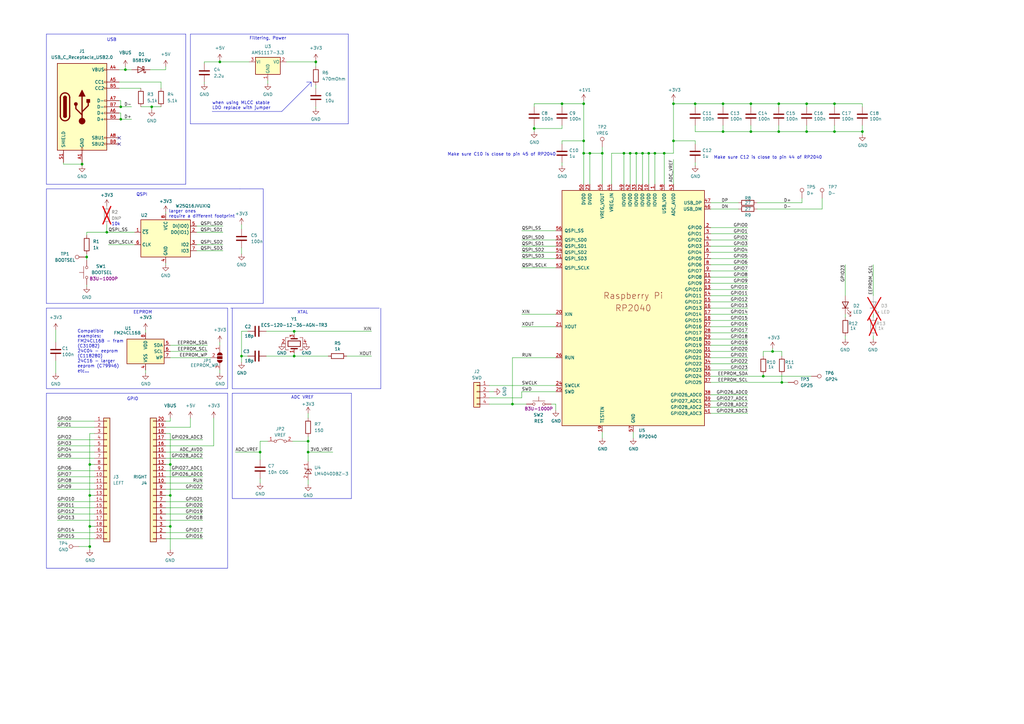
<source format=kicad_sch>
(kicad_sch (version 20231120) (generator "eeschema") (generator_version "8.0")
  (paper "A3")
  (junction (at 239.395 42.545))
  (junction (at 260.985 62.865))
  (junction (at 36.83 203.2))
  (junction (at 62.23 43.815))
  (junction (at 230.505 42.545))
  (junction (at 35.56 105.41))
  (junction (at 69.85 203.2))
  (junction (at 106.68 185.42))
  (junction (at 49.53 43.815))
  (junction (at 43.815 95.25))
  (junction (at 319.405 53.975))
  (junction (at 342.265 53.975))
  (junction (at 36.83 190.5))
  (junction (at 342.265 42.545))
  (junction (at 241.935 62.865))
  (junction (at 90.17 25.4))
  (junction (at 307.975 42.545))
  (junction (at 33.655 67.31))
  (junction (at 69.85 190.5))
  (junction (at 99.06 146.05))
  (junction (at 120.65 135.89))
  (junction (at 320.675 156.845))
  (junction (at 263.525 62.865))
  (junction (at 258.445 62.865))
  (junction (at 126.365 180.975))
  (junction (at 272.415 62.865))
  (junction (at 126.365 185.42))
  (junction (at 319.405 42.545))
  (junction (at 268.605 62.865))
  (junction (at 239.395 57.785))
  (junction (at 296.545 53.975))
  (junction (at 313.055 154.305))
  (junction (at 36.83 215.9))
  (junction (at 36.83 224.155))
  (junction (at 255.905 62.865))
  (junction (at 353.695 53.975))
  (junction (at 276.225 57.785))
  (junction (at 276.225 42.545))
  (junction (at 219.075 52.705))
  (junction (at 51.435 28.575))
  (junction (at 120.65 146.05))
  (junction (at 247.015 62.865))
  (junction (at 307.975 53.975))
  (junction (at 266.065 62.865))
  (junction (at 285.115 42.545))
  (junction (at 296.545 42.545))
  (junction (at 330.835 42.545))
  (junction (at 129.54 25.4))
  (junction (at 69.85 215.9))
  (junction (at 49.53 48.895))
  (junction (at 210.185 165.735))
  (junction (at 239.395 62.865))
  (junction (at 316.865 144.145))
  (junction (at 330.835 53.975))
  (no_connect (at 48.895 59.055))
  (no_connect (at 48.895 56.515))
  (wire (pts (xy 34.925 105.41) (xy 35.56 105.41)))
  (wire (pts (xy 330.835 53.975) (xy 319.405 53.975)))
  (wire (pts (xy 109.22 135.89) (xy 120.65 135.89)))
  (wire (pts (xy 316.865 144.145) (xy 313.055 144.145)))
  (polyline (pts (xy 98.425 77.47) (xy 19.05 77.47)))
  (wire (pts (xy 241.935 75.565) (xy 241.935 62.865)))
  (wire (pts (xy 342.265 51.435) (xy 342.265 53.975)))
  (wire (pts (xy 358.14 130.175) (xy 358.14 128.905)))
  (polyline (pts (xy 19.05 161.29) (xy 19.05 233.045)))
  (polyline (pts (xy 19.05 233.045) (xy 93.345 233.045)))
  (wire (pts (xy 260.985 75.565) (xy 260.985 62.865)))
  (wire (pts (xy 67.945 218.44) (xy 83.185 218.44)))
  (wire (pts (xy 33.655 67.31) (xy 33.655 66.675)))
  (wire (pts (xy 319.405 53.975) (xy 307.975 53.975)))
  (wire (pts (xy 296.545 43.815) (xy 296.545 42.545)))
  (wire (pts (xy 307.975 43.815) (xy 307.975 42.545)))
  (wire (pts (xy 268.605 62.865) (xy 272.415 62.865)))
  (wire (pts (xy 358.14 139.065) (xy 358.14 137.795)))
  (wire (pts (xy 227.965 94.615) (xy 213.995 94.615)))
  (wire (pts (xy 36.83 190.5) (xy 36.83 203.2)))
  (wire (pts (xy 210.185 146.685) (xy 210.185 165.735)))
  (polyline (pts (xy 156.21 159.385) (xy 156.21 126.365)))
  (wire (pts (xy 49.53 41.275) (xy 48.895 41.275)))
  (wire (pts (xy 342.265 53.975) (xy 353.695 53.975)))
  (wire (pts (xy 32.385 224.155) (xy 36.83 224.155)))
  (wire (pts (xy 38.735 198.12) (xy 23.495 198.12)))
  (wire (pts (xy 230.505 43.815) (xy 230.505 42.545)))
  (wire (pts (xy 38.735 175.26) (xy 23.495 175.26)))
  (wire (pts (xy 260.985 62.865) (xy 263.525 62.865)))
  (wire (pts (xy 291.465 95.885) (xy 306.705 95.885)))
  (wire (pts (xy 35.56 95.25) (xy 43.815 95.25)))
  (wire (pts (xy 230.505 52.705) (xy 230.505 51.435)))
  (polyline (pts (xy 142.875 50.8) (xy 142.875 13.97)))
  (wire (pts (xy 91.44 95.25) (xy 80.645 95.25)))
  (wire (pts (xy 227.965 160.655) (xy 213.995 160.655)))
  (wire (pts (xy 67.945 200.66) (xy 83.185 200.66)))
  (wire (pts (xy 291.465 98.425) (xy 306.705 98.425)))
  (wire (pts (xy 33.655 67.945) (xy 33.655 67.31)))
  (wire (pts (xy 120.65 144.78) (xy 120.65 146.05)))
  (wire (pts (xy 342.265 42.545) (xy 353.695 42.545)))
  (wire (pts (xy 67.945 180.34) (xy 83.185 180.34)))
  (wire (pts (xy 67.945 185.42) (xy 83.185 185.42)))
  (wire (pts (xy 346.71 130.175) (xy 346.71 128.905)))
  (wire (pts (xy 38.735 213.36) (xy 23.495 213.36)))
  (wire (pts (xy 291.465 133.985) (xy 306.705 133.985)))
  (wire (pts (xy 67.945 205.74) (xy 83.185 205.74)))
  (polyline (pts (xy 95.25 204.47) (xy 144.145 204.47)))
  (wire (pts (xy 90.17 140.335) (xy 90.17 141.605)))
  (wire (pts (xy 38.735 200.66) (xy 23.495 200.66)))
  (wire (pts (xy 346.71 121.285) (xy 346.71 108.585)))
  (wire (pts (xy 59.69 135.255) (xy 59.69 136.525)))
  (wire (pts (xy 346.71 139.065) (xy 346.71 137.795)))
  (polyline (pts (xy 19.05 75.565) (xy 76.2 75.565)))
  (wire (pts (xy 230.505 42.545) (xy 239.395 42.545)))
  (wire (pts (xy 96.52 185.42) (xy 106.68 185.42)))
  (wire (pts (xy 90.17 24.765) (xy 90.17 25.4)))
  (wire (pts (xy 213.995 98.425) (xy 227.965 98.425)))
  (wire (pts (xy 67.945 175.26) (xy 78.105 175.26)))
  (wire (pts (xy 291.465 169.545) (xy 306.705 169.545)))
  (wire (pts (xy 291.465 156.845) (xy 320.675 156.845)))
  (wire (pts (xy 213.995 163.195) (xy 213.995 160.655)))
  (wire (pts (xy 319.405 51.435) (xy 319.405 53.975)))
  (wire (pts (xy 296.545 42.545) (xy 307.975 42.545)))
  (wire (pts (xy 291.465 93.345) (xy 306.705 93.345)))
  (wire (pts (xy 67.945 28.575) (xy 61.595 28.575)))
  (wire (pts (xy 353.695 42.545) (xy 353.695 43.815)))
  (wire (pts (xy 316.865 144.145) (xy 320.675 144.145)))
  (polyline (pts (xy 19.05 159.385) (xy 93.345 159.385)))
  (polyline (pts (xy 78.105 13.97) (xy 78.105 50.8)))
  (wire (pts (xy 99.06 104.14) (xy 99.06 101.6)))
  (wire (pts (xy 200.66 165.735) (xy 210.185 165.735)))
  (wire (pts (xy 83.82 33.655) (xy 83.82 34.29)))
  (wire (pts (xy 91.44 102.87) (xy 80.645 102.87)))
  (wire (pts (xy 91.44 92.71) (xy 80.645 92.71)))
  (polyline (pts (xy 86.995 45.72) (xy 115.57 45.72)))
  (wire (pts (xy 296.545 53.975) (xy 285.115 53.975)))
  (wire (pts (xy 67.945 203.2) (xy 69.85 203.2)))
  (wire (pts (xy 83.82 25.4) (xy 90.17 25.4)))
  (wire (pts (xy 219.075 52.705) (xy 219.075 53.975)))
  (wire (pts (xy 272.415 62.865) (xy 276.225 62.865)))
  (polyline (pts (xy 115.57 45.72) (xy 127.635 33.655)))
  (wire (pts (xy 35.56 95.25) (xy 35.56 96.52)))
  (wire (pts (xy 247.015 75.565) (xy 247.015 62.865)))
  (wire (pts (xy 120.015 180.975) (xy 126.365 180.975)))
  (wire (pts (xy 67.945 210.82) (xy 83.185 210.82)))
  (wire (pts (xy 320.675 144.145) (xy 320.675 146.05)))
  (wire (pts (xy 48.895 36.195) (xy 57.785 36.195)))
  (polyline (pts (xy 155.575 126.365) (xy 94.615 126.365)))
  (polyline (pts (xy 19.05 77.47) (xy 19.05 124.46)))
  (wire (pts (xy 120.65 135.89) (xy 120.65 137.16)))
  (wire (pts (xy 247.015 177.165) (xy 247.015 179.705)))
  (wire (pts (xy 285.115 42.545) (xy 296.545 42.545)))
  (wire (pts (xy 67.945 208.28) (xy 83.185 208.28)))
  (wire (pts (xy 67.945 195.58) (xy 83.185 195.58)))
  (wire (pts (xy 291.465 123.825) (xy 306.705 123.825)))
  (wire (pts (xy 276.225 65.405) (xy 276.225 75.565)))
  (wire (pts (xy 126.365 185.42) (xy 126.365 189.23)))
  (wire (pts (xy 200.66 163.195) (xy 213.995 163.195)))
  (wire (pts (xy 226.06 165.735) (xy 227.965 165.735)))
  (wire (pts (xy 285.115 43.815) (xy 285.115 42.545)))
  (wire (pts (xy 99.06 146.05) (xy 99.06 148.59)))
  (wire (pts (xy 276.225 41.275) (xy 276.225 42.545)))
  (polyline (pts (xy 93.345 126.365) (xy 19.05 126.365)))
  (wire (pts (xy 353.695 53.975) (xy 353.695 55.245)))
  (wire (pts (xy 67.945 213.36) (xy 83.185 213.36)))
  (wire (pts (xy 213.995 128.905) (xy 227.965 128.905)))
  (wire (pts (xy 291.465 85.725) (xy 302.895 85.725)))
  (wire (pts (xy 83.82 25.4) (xy 83.82 26.035)))
  (polyline (pts (xy 98.425 77.47) (xy 107.95 77.47)))
  (wire (pts (xy 126.365 169.545) (xy 126.365 171.45)))
  (wire (pts (xy 69.85 177.8) (xy 69.85 190.5)))
  (wire (pts (xy 291.465 136.525) (xy 306.705 136.525)))
  (wire (pts (xy 230.505 66.675) (xy 230.505 67.945)))
  (wire (pts (xy 258.445 62.865) (xy 260.985 62.865)))
  (wire (pts (xy 49.53 41.275) (xy 49.53 43.815)))
  (polyline (pts (xy 78.105 50.8) (xy 142.875 50.8)))
  (wire (pts (xy 126.365 198.755) (xy 126.365 196.85)))
  (wire (pts (xy 126.365 185.42) (xy 136.525 185.42)))
  (wire (pts (xy 250.825 62.865) (xy 255.905 62.865)))
  (wire (pts (xy 291.465 108.585) (xy 306.705 108.585)))
  (wire (pts (xy 67.945 187.96) (xy 83.185 187.96)))
  (wire (pts (xy 342.265 43.815) (xy 342.265 42.545)))
  (wire (pts (xy 106.68 185.42) (xy 106.68 188.595)))
  (wire (pts (xy 69.85 144.145) (xy 85.09 144.145)))
  (wire (pts (xy 38.735 220.98) (xy 23.495 220.98)))
  (wire (pts (xy 307.975 51.435) (xy 307.975 53.975)))
  (polyline (pts (xy 19.05 126.365) (xy 19.05 159.385)))
  (wire (pts (xy 219.075 52.705) (xy 230.505 52.705)))
  (wire (pts (xy 67.945 215.9) (xy 69.85 215.9)))
  (wire (pts (xy 99.06 135.89) (xy 99.06 146.05)))
  (wire (pts (xy 276.225 57.785) (xy 276.225 62.865)))
  (polyline (pts (xy 144.145 161.29) (xy 95.25 161.29)))
  (wire (pts (xy 38.735 190.5) (xy 36.83 190.5)))
  (polyline (pts (xy 19.05 13.97) (xy 19.05 75.565)))
  (wire (pts (xy 69.85 203.2) (xy 69.85 215.9)))
  (wire (pts (xy 291.465 111.125) (xy 306.705 111.125)))
  (wire (pts (xy 78.105 175.26) (xy 78.105 171.45)))
  (wire (pts (xy 285.115 66.675) (xy 285.115 67.945)))
  (wire (pts (xy 38.735 205.74) (xy 23.495 205.74)))
  (wire (pts (xy 129.54 34.925) (xy 129.54 36.195)))
  (wire (pts (xy 247.015 62.865) (xy 241.935 62.865)))
  (wire (pts (xy 291.465 103.505) (xy 306.705 103.505)))
  (wire (pts (xy 49.53 43.815) (xy 48.895 43.815)))
  (wire (pts (xy 227.965 109.855) (xy 213.995 109.855)))
  (wire (pts (xy 266.065 75.565) (xy 266.065 62.865)))
  (wire (pts (xy 69.85 215.9) (xy 69.85 225.425)))
  (wire (pts (xy 263.525 62.865) (xy 266.065 62.865)))
  (wire (pts (xy 38.735 193.04) (xy 23.495 193.04)))
  (wire (pts (xy 49.53 46.355) (xy 49.53 48.895)))
  (wire (pts (xy 210.185 165.735) (xy 215.9 165.735)))
  (wire (pts (xy 291.465 149.225) (xy 306.705 149.225)))
  (wire (pts (xy 69.85 172.72) (xy 69.85 171.45)))
  (wire (pts (xy 43.815 95.25) (xy 55.245 95.25)))
  (wire (pts (xy 99.06 92.075) (xy 99.06 93.98)))
  (wire (pts (xy 142.24 146.05) (xy 152.4 146.05)))
  (wire (pts (xy 126.365 180.975) (xy 126.365 185.42)))
  (wire (pts (xy 291.465 100.965) (xy 306.705 100.965)))
  (wire (pts (xy 291.465 164.465) (xy 306.705 164.465)))
  (wire (pts (xy 38.735 218.44) (xy 23.495 218.44)))
  (wire (pts (xy 259.715 177.165) (xy 259.715 179.705)))
  (wire (pts (xy 38.735 203.2) (xy 36.83 203.2)))
  (wire (pts (xy 91.44 100.33) (xy 80.645 100.33)))
  (wire (pts (xy 22.86 135.255) (xy 22.86 140.335)))
  (wire (pts (xy 276.225 42.545) (xy 276.225 57.785)))
  (wire (pts (xy 129.54 43.815) (xy 129.54 44.45)))
  (wire (pts (xy 35.56 106.68) (xy 35.56 105.41)))
  (wire (pts (xy 291.465 167.005) (xy 306.705 167.005)))
  (wire (pts (xy 291.465 144.145) (xy 306.705 144.145)))
  (wire (pts (xy 313.055 154.305) (xy 313.055 153.67)))
  (wire (pts (xy 291.465 116.205) (xy 306.705 116.205)))
  (wire (pts (xy 291.465 146.685) (xy 306.705 146.685)))
  (wire (pts (xy 51.435 28.575) (xy 53.975 28.575)))
  (wire (pts (xy 202.565 160.655) (xy 200.66 160.655)))
  (wire (pts (xy 129.54 24.765) (xy 129.54 25.4)))
  (wire (pts (xy 319.405 43.815) (xy 319.405 42.545)))
  (wire (pts (xy 291.465 121.285) (xy 306.705 121.285)))
  (polyline (pts (xy 144.145 204.47) (xy 144.145 161.29)))
  (wire (pts (xy 213.995 106.045) (xy 227.965 106.045)))
  (wire (pts (xy 69.85 190.5) (xy 69.85 203.2)))
  (wire (pts (xy 313.055 154.305) (xy 332.74 154.305)))
  (wire (pts (xy 291.465 141.605) (xy 306.705 141.605)))
  (wire (pts (xy 90.17 153.035) (xy 90.17 151.765)))
  (polyline (pts (xy 93.345 233.045) (xy 93.345 161.29)))
  (wire (pts (xy 330.835 42.545) (xy 342.265 42.545)))
  (wire (pts (xy 67.945 182.88) (xy 87.63 182.88)))
  (wire (pts (xy 319.405 42.545) (xy 330.835 42.545)))
  (wire (pts (xy 69.85 141.605) (xy 85.09 141.605)))
  (wire (pts (xy 59.69 153.035) (xy 59.69 151.765)))
  (wire (pts (xy 43.815 92.075) (xy 43.815 95.25)))
  (wire (pts (xy 328.93 81.28) (xy 328.93 83.185)))
  (wire (pts (xy 296.545 51.435) (xy 296.545 53.975)))
  (wire (pts (xy 69.85 146.685) (xy 86.36 146.685)))
  (polyline (pts (xy 142.875 13.97) (xy 78.105 13.97)))
  (wire (pts (xy 48.895 33.655) (xy 66.04 33.655)))
  (wire (pts (xy 263.525 75.565) (xy 263.525 62.865)))
  (polyline (pts (xy 93.345 159.385) (xy 93.345 126.365)))
  (wire (pts (xy 62.23 43.815) (xy 66.04 43.815)))
  (wire (pts (xy 250.825 75.565) (xy 250.825 62.865)))
  (wire (pts (xy 117.475 25.4) (xy 129.54 25.4)))
  (wire (pts (xy 67.945 108.585) (xy 67.945 107.95)))
  (wire (pts (xy 291.465 151.765) (xy 306.705 151.765)))
  (wire (pts (xy 126.365 179.07) (xy 126.365 180.975)))
  (wire (pts (xy 67.945 198.12) (xy 83.185 198.12)))
  (wire (pts (xy 66.04 36.195) (xy 66.04 33.655)))
  (wire (pts (xy 230.505 57.785) (xy 239.395 57.785)))
  (wire (pts (xy 213.995 103.505) (xy 227.965 103.505)))
  (wire (pts (xy 358.14 121.285) (xy 358.14 108.585)))
  (wire (pts (xy 247.015 60.325) (xy 247.015 62.865)))
  (wire (pts (xy 316.865 142.875) (xy 316.865 144.145)))
  (wire (pts (xy 330.835 51.435) (xy 330.835 53.975)))
  (wire (pts (xy 285.115 59.055) (xy 285.115 57.785)))
  (polyline (pts (xy 19.05 124.46) (xy 107.95 124.46)))
  (wire (pts (xy 67.945 86.995) (xy 67.945 87.63)))
  (polyline (pts (xy 125.73 33.655) (xy 127.635 33.655)))
  (wire (pts (xy 272.415 75.565) (xy 272.415 62.865)))
  (polyline (pts (xy 93.345 161.29) (xy 19.05 161.29)))
  (wire (pts (xy 35.56 117.475) (xy 35.56 116.84)))
  (wire (pts (xy 313.055 144.145) (xy 313.055 146.05)))
  (wire (pts (xy 291.465 131.445) (xy 306.705 131.445)))
  (wire (pts (xy 227.965 133.985) (xy 213.995 133.985)))
  (wire (pts (xy 353.695 51.435) (xy 353.695 53.975)))
  (wire (pts (xy 210.185 146.685) (xy 227.965 146.685)))
  (wire (pts (xy 276.225 57.785) (xy 285.115 57.785)))
  (wire (pts (xy 67.945 172.72) (xy 69.85 172.72)))
  (wire (pts (xy 219.075 43.815) (xy 219.075 42.545)))
  (wire (pts (xy 200.66 158.115) (xy 227.965 158.115)))
  (wire (pts (xy 49.53 48.895) (xy 53.975 48.895)))
  (wire (pts (xy 49.53 46.355) (xy 48.895 46.355)))
  (wire (pts (xy 36.83 203.2) (xy 36.83 215.9)))
  (wire (pts (xy 342.265 53.975) (xy 330.835 53.975)))
  (wire (pts (xy 38.735 177.8) (xy 36.83 177.8)))
  (wire (pts (xy 48.895 28.575) (xy 51.435 28.575)))
  (wire (pts (xy 241.935 62.865) (xy 239.395 62.865)))
  (wire (pts (xy 36.83 224.155) (xy 36.83 225.425)))
  (wire (pts (xy 106.68 180.975) (xy 106.68 185.42)))
  (wire (pts (xy 51.435 27.305) (xy 51.435 28.575)))
  (wire (pts (xy 35.56 105.41) (xy 35.56 104.14)))
  (wire (pts (xy 106.68 198.12) (xy 106.68 196.215)))
  (polyline (pts (xy 107.95 124.46) (xy 107.95 77.47)))
  (wire (pts (xy 230.505 59.055) (xy 230.505 57.785)))
  (wire (pts (xy 255.905 75.565) (xy 255.905 62.865)))
  (wire (pts (xy 67.945 177.8) (xy 69.85 177.8)))
  (wire (pts (xy 120.65 146.05) (xy 134.62 146.05)))
  (wire (pts (xy 49.53 48.895) (xy 48.895 48.895)))
  (wire (pts (xy 213.995 100.965) (xy 227.965 100.965)))
  (wire (pts (xy 268.605 62.865) (xy 268.605 75.565)))
  (wire (pts (xy 291.465 139.065) (xy 306.705 139.065)))
  (wire (pts (xy 337.185 81.28) (xy 337.185 85.725)))
  (wire (pts (xy 26.035 66.675) (xy 26.035 67.31)))
  (wire (pts (xy 109.855 33.02) (xy 109.855 34.29)))
  (wire (pts (xy 258.445 75.565) (xy 258.445 62.865)))
  (wire (pts (xy 38.735 182.88) (xy 23.495 182.88)))
  (wire (pts (xy 67.945 190.5) (xy 69.85 190.5)))
  (wire (pts (xy 38.735 185.42) (xy 23.495 185.42)))
  (wire (pts (xy 38.735 215.9) (xy 36.83 215.9)))
  (wire (pts (xy 67.945 220.98) (xy 83.185 220.98)))
  (wire (pts (xy 38.735 210.82) (xy 23.495 210.82)))
  (wire (pts (xy 22.86 153.035) (xy 22.86 147.955)))
  (wire (pts (xy 291.465 126.365) (xy 306.705 126.365)))
  (wire (pts (xy 330.835 43.815) (xy 330.835 42.545)))
  (wire (pts (xy 101.6 135.89) (xy 99.06 135.89)))
  (polyline (pts (xy 127.635 33.655) (xy 127.635 35.56)))
  (wire (pts (xy 38.735 208.28) (xy 23.495 208.28)))
  (wire (pts (xy 38.735 180.34) (xy 23.495 180.34)))
  (wire (pts (xy 255.905 62.865) (xy 258.445 62.865)))
  (wire (pts (xy 291.465 113.665) (xy 306.705 113.665)))
  (wire (pts (xy 239.395 57.785) (xy 239.395 62.865)))
  (wire (pts (xy 129.54 25.4) (xy 129.54 27.305)))
  (wire (pts (xy 87.63 182.88) (xy 87.63 171.45)))
  (wire (pts (xy 307.975 53.975) (xy 296.545 53.975)))
  (wire (pts (xy 67.945 193.04) (xy 83.185 193.04)))
  (wire (pts (xy 291.465 154.305) (xy 313.055 154.305)))
  (wire (pts (xy 38.735 195.58) (xy 23.495 195.58)))
  (wire (pts (xy 49.53 43.815) (xy 53.975 43.815)))
  (wire (pts (xy 219.075 42.545) (xy 230.505 42.545)))
  (wire (pts (xy 291.465 106.045) (xy 306.705 106.045)))
  (wire (pts (xy 109.22 146.05) (xy 120.65 146.05)))
  (wire (pts (xy 219.075 51.435) (xy 219.075 52.705)))
  (wire (pts (xy 38.735 172.72) (xy 23.495 172.72)))
  (wire (pts (xy 285.115 51.435) (xy 285.115 53.975)))
  (wire (pts (xy 291.465 161.925) (xy 306.705 161.925)))
  (wire (pts (xy 291.465 118.745) (xy 306.705 118.745)))
  (wire (pts (xy 44.45 100.33) (xy 55.245 100.33)))
  (wire (pts (xy 36.83 215.9) (xy 36.83 224.155)))
  (wire (pts (xy 120.65 135.89) (xy 152.4 135.89)))
  (wire (pts (xy 26.035 67.31) (xy 33.655 67.31)))
  (wire (pts (xy 90.17 25.4) (xy 102.235 25.4)))
  (wire (pts (xy 101.6 146.05) (xy 99.06 146.05)))
  (wire (pts (xy 62.23 45.085) (xy 62.23 43.815)))
  (polyline (pts (xy 95.25 126.365) (xy 95.25 159.385)))
  (wire (pts (xy 239.395 41.275) (xy 239.395 42.545)))
  (wire (pts (xy 276.225 42.545) (xy 285.115 42.545)))
  (polyline (pts (xy 95.25 159.385) (xy 156.21 159.385)))
  (wire (pts (xy 38.735 187.96) (xy 23.495 187.96)))
  (wire (pts (xy 239.395 42.545) (xy 239.395 57.785)))
  (polyline (pts (xy 76.2 75.565) (xy 76.2 13.97)))
  (wire (pts (xy 310.515 85.725) (xy 337.185 85.725)))
  (wire (pts (xy 36.83 177.8) (xy 36.83 190.5)))
  (wire (pts (xy 291.465 128.905) (xy 306.705 128.905)))
  (wire (pts (xy 106.68 180.975) (xy 109.855 180.975)))
  (wire (pts (xy 310.515 83.185) (xy 328.93 83.185)))
  (wire (pts (xy 239.395 62.865) (xy 239.395 75.565)))
  (wire (pts (xy 307.975 42.545) (xy 319.405 42.545)))
  (wire (pts (xy 57.785 43.815) (xy 62.23 43.815)))
  (polyline (pts (xy 95.25 161.29) (xy 95.25 204.47)))
  (wire (pts (xy 320.675 156.845) (xy 323.215 156.845)))
  (wire (pts (xy 291.465 83.185) (xy 302.895 83.185)))
  (wire (pts (xy 266.065 62.865) (xy 268.605 62.865)))
  (wire (pts (xy 320.675 156.845) (xy 320.675 153.67)))
  (wire (pts (xy 227.965 165.735) (xy 227.965 168.275)))
  (wire (pts (xy 67.945 27.305) (xy 67.945 28.575)))
  (polyline (pts (xy 76.2 13.97) (xy 19.05 13.97)))
  (text "Filtering, Power" (at 102.235 16.51 0) (effects (font (size 1.27 1.27)) (justify left bottom)))
  (text "ADC VREF" (at 119.38 163.83 0) (effects (font (size 1.27 1.27)) (justify left bottom)))
  (text "USB" (at 43.815 17.145 0) (effects (font (size 1.27 1.27)) (justify left bottom)))
  (text "when using MLCC stable\nLDO replace with jumper" (at 86.995 45.085 0) (effects (font (size 1.27 1.27)) (justify left bottom)))
  (text "Compatible\nexamples:\nFM24CL16B - fram\n(C31082)\n24C04 - eeprom\n(C118280)\n24C16 - larger\neeprom (C79946)\netc..." (at 31.75 153.035 0) (effects (font (size 1.27 1.27)) (justify left bottom)))
  (text "Make sure C12 is close to pin 44 of RP2040" (at 292.735 65.405 0) (effects (font (size 1.27 1.27)) (justify left bottom)))
  (text "GPIO" (at 52.07 164.465 0) (effects (font (size 1.27 1.27)) (justify left bottom)))
  (text "Make sure C10 is close to pin 45 of RP2040" (at 183.515 64.135 0) (effects (font (size 1.27 1.27)) (justify left bottom)))
  (text "10k" (at 45.72 92.71 0) (effects (font (size 1.27 1.27)) (justify left bottom)))
  (text "EEPROM" (at 54.61 128.905 0) (effects (font (size 1.27 1.27)) (justify left bottom)))
  (text "larger ones\nrequire a different footprint" (at 69.215 89.535 0) (effects (font (size 1.27 1.27)) (justify left bottom)))
  (text "XTAL" (at 121.92 128.905 0) (effects (font (size 1.27 1.27)) (justify left bottom)))
  (text "QSPI" (at 55.88 80.645 0) (effects (font (size 1.27 1.27)) (justify left bottom)))
  (label "GPIO26_ADC0" (at 83.185 195.58 180))
  (label "GPIO6" (at 306.705 108.585 180))
  (label "GPIO23" (at 306.705 151.765 180))
  (label "GPIO0" (at 23.495 172.72 0))
  (label "GPIO27_ADC1" (at 83.185 193.04 180))
  (label "GPIO27_ADC1" (at 306.705 164.465 180))
  (label "GPIO2" (at 23.495 180.34 0))
  (label "GPIO16" (at 306.705 133.985 180))
  (label "QSPI_SD0" (at 91.44 92.71 180))
  (label "DN" (at 295.91 85.725 0) (property "Netclass" "diif_usb" (effects (hide yes))))
  (label "GPIO21" (at 306.705 146.685 180))
  (label "GPIO9" (at 306.705 116.205 180))
  (label "3V0_VREF" (at 136.525 185.42 180))
  (label "GPIO9" (at 23.495 200.66 0))
  (label "GPIO20" (at 83.185 208.28 180))
  (label "GPIO18" (at 306.705 139.065 180))
  (label "EEPROM_SDA" (at 306.705 154.305 180))
  (label "QSPI_SCLK" (at 44.45 100.33 0))
  (label "GPIO1" (at 306.705 95.885 180))
  (label "XOUT" (at 152.4 146.05 180))
  (label "GPIO7" (at 23.495 195.58 0))
  (label "GPIO6" (at 23.495 193.04 0))
  (label "QSPI_SD2" (at 91.44 100.33 180))
  (label "QSPI_SD1" (at 91.44 95.25 180))
  (label "QSPI_SD1" (at 213.995 100.965 0))
  (label "GPIO11" (at 23.495 208.28 0))
  (label "ADC_AVDD" (at 83.185 185.42 180))
  (label "GPIO2" (at 306.705 98.425 180))
  (label "GPIO0" (at 306.705 93.345 180))
  (label "GPIO17" (at 83.185 218.44 180))
  (label "EEPROM_SDA" (at 85.09 141.605 180))
  (label "GPIO26_ADC0" (at 306.705 161.925 180))
  (label "GPIO4" (at 306.705 103.505 180))
  (label "GPIO3" (at 23.495 182.88 0))
  (label "XIN" (at 152.4 135.89 180))
  (label "GPIO14" (at 23.495 218.44 0))
  (label "GPIO23" (at 346.71 108.585 270))
  (label "GPIO22" (at 306.705 149.225 180))
  (label "GPIO15" (at 306.705 131.445 180))
  (label "GPIO4" (at 23.495 185.42 0))
  (label "GPIO29_ADC3" (at 83.185 180.34 180))
  (label "GPIO5" (at 23.495 187.96 0))
  (label "QSPI_SS" (at 213.995 94.615 0))
  (label "GPIO8" (at 23.495 198.12 0))
  (label "D+" (at 53.975 48.895 180) (property "Netclass" "diif_usb" (effects (hide yes))))
  (label "EEPROM_SCL" (at 358.14 108.585 270))
  (label "QSPI_SD2" (at 213.995 103.505 0))
  (label "DP" (at 295.91 83.185 0) (property "Netclass" "diif_usb" (effects (hide yes))))
  (label "D-" (at 53.975 43.815 180) (property "Netclass" "diif_usb" (effects (hide yes))))
  (label "GPIO10" (at 306.705 118.745 180))
  (label "GPIO21" (at 83.185 205.74 180))
  (label "GPIO13" (at 306.705 126.365 180))
  (label "GPIO11" (at 306.705 121.285 180))
  (label "RUN" (at 83.185 198.12 180))
  (label "QSPI_SD0" (at 213.995 98.425 0))
  (label "GPIO16" (at 83.185 220.98 180))
  (label "QSPI_SD3" (at 91.44 102.87 180))
  (label "GPIO18" (at 83.185 213.36 180))
  (label "QSPI_SD3" (at 213.995 106.045 0))
  (label "XIN" (at 213.995 128.905 0))
  (label "GPIO15" (at 23.495 220.98 0))
  (label "GPIO1" (at 23.495 175.26 0))
  (label "XOUT" (at 213.995 133.985 0))
  (label "ADC_VREF" (at 276.225 65.405 270))
  (label "EEPROM_SCL" (at 85.09 144.145 180))
  (label "GPIO17" (at 306.705 136.525 180))
  (label "GPIO19" (at 306.705 141.605 180))
  (label "GPIO29_ADC3" (at 306.705 169.545 180))
  (label "SWCLK" (at 213.995 158.115 0))
  (label "GPIO3" (at 306.705 100.965 180))
  (label "EEPROM_WP" (at 85.09 146.685 180))
  (label "GPIO28_ADC2" (at 83.185 187.96 180))
  (label "GPIO20" (at 306.705 144.145 180))
  (label "D-" (at 324.485 85.725 180))
  (label "QSPI_SS" (at 44.45 95.25 0))
  (label "ADC_VREF" (at 96.52 185.42 0))
  (label "GPIO22" (at 83.185 200.66 180))
  (label "RUN" (at 213.995 146.685 0))
  (label "D+" (at 324.485 83.185 180))
  (label "GPIO12" (at 23.495 210.82 0))
  (label "GPIO8" (at 306.705 113.665 180))
  (label "GPIO12" (at 306.705 123.825 180))
  (label "QSPI_SCLK" (at 213.995 109.855 0))
  (label "EEPROM_SCL" (at 306.705 156.845 180))
  (label "GPIO28_ADC2" (at 306.705 167.005 180))
  (label "GPIO5" (at 306.705 106.045 180))
  (label "SWD" (at 213.995 160.655 0))
  (label "GPIO14" (at 306.705 128.905 180))
  (label "GPIO10" (at 23.495 205.74 0))
  (label "GPIO19" (at 83.185 210.82 180))
  (label "GPIO13" (at 23.495 213.36 0))
  (label "GPIO7" (at 306.705 111.125 180))
  (symbol (lib_id "Device:C") (at 330.835 47.625 0) (unit 1)
    (property "Reference" "C16" (at 333.756 46.4566 0) (effects (justify left)))
    (property "Value" "100n" (at 333.756 48.768 0) (effects (justify left)))
    (property "Footprint" "Capacitor_SMD:C_0402_1005Metric" (effects (hide yes)))
    (property "LCSC" "C77020" (effects (hide yes)))
    (property "P/N" "GRM155R71H104KE14D" (effects (hide yes)))
  )
  (symbol (lib_id "Device:C") (at 129.54 40.005 0) (mirror y) (unit 1)
    (property "Reference" "C6" (at 133.35 38.7349 0) (effects (justify right)))
    (property "Value" "10u" (at 133.35 41.2749 0) (effects (justify right)))
    (property "Footprint" "Capacitor_SMD:C_0805_2012Metric_Pad1.18x1.45mm_HandSolder" (effects (hide yes)))
    (property "LCSC" "C162422" (effects (hide yes)))
    (property "P/N" "GRM21BR6YA106KE43L" (effects (hide yes)))
  )
  (symbol (lib_id "Connector:TestPoint") (at 332.74 154.305 270) (unit 1)
    (property "Reference" "TP6" (at 338.455 153.035 90) (effects (justify left)))
    (property "Value" "GP24" (at 338.455 155.575 90) (effects (justify left)))
    (property "Footprint" "TestPoint:TestPoint_Pad_1.5x1.5mm" (effects (hide yes)))
  )
  (symbol (lib_id "power:GND") (at 202.565 160.655 90) (unit 1)
    (property "Reference" "#PWR028" (effects (hide yes)))
    (property "Value" "GND" (at 206.9592 160.528 0))
  )
  (symbol (lib_id "power:+5V") (at 67.945 27.305 0) (unit 1)
    (property "Reference" "#PWR017" (effects (hide yes)))
    (property "Value" "+5V" (at 67.945 22.225 0))
  )
  (symbol (lib_id "power:+3V3") (at 22.86 135.255 0) (unit 1)
    (property "Reference" "#PWR03" (effects (hide yes)))
    (property "Value" "+3V3" (at 22.86 130.175 0))
  )
  (symbol (lib_id "Device:C") (at 285.115 47.625 0) (unit 1)
    (property "Reference" "C11" (at 288.036 46.4566 0) (effects (justify left)))
    (property "Value" "100n" (at 288.036 48.768 0) (effects (justify left)))
    (property "Footprint" "Capacitor_SMD:C_0402_1005Metric" (effects (hide yes)))
    (property "LCSC" "C77020" (effects (hide yes)))
    (property "P/N" "GRM155R71H104KE14D" (effects (hide yes)))
  )
  (symbol (lib_id "power:GND") (at 83.82 34.29 0) (unit 1)
    (property "Reference" "#PWR011" (effects (hide yes)))
    (property "Value" "GND" (at 83.82 38.735 0))
  )
  (symbol (lib_id "Device:LED") (at 346.71 125.095 90) (unit 1)
    (property "Reference" "D2" (at 349.885 125.4125 90) (effects (justify right)))
    (property "Value" "LED" (at 349.885 127.9525 90) (effects (justify right)))
    (property "Footprint" "LED_SMD:LED_0603_1608Metric_Pad1.05x0.95mm_HandSolder" (effects (hide yes)))
    (property "LCSC" "C434425" (effects (hide yes)))
    (property "P/N" "SZYY0603O" (effects (hide yes)))
  )
  (symbol (lib_id "power:GND") (at 126.365 198.755 0) (unit 1)
    (property "Reference" "#PWR027" (effects (hide yes)))
    (property "Value" "GND" (at 126.365 203.2 0))
  )
  (symbol (lib_id "Connector:TestPoint") (at 337.185 81.28 0) (unit 1)
    (property "Reference" "TP7" (at 339.725 76.708 0) (effects (justify left)))
    (property "Value" "D-" (at 339.725 79.248 0) (effects (justify left)))
    (property "Footprint" "TestPoint:TestPoint_Pad_1.5x1.5mm" (effects (hide yes)))
  )
  (symbol (lib_id "power:GND") (at 346.71 139.065 0) (mirror y) (unit 1)
    (property "Reference" "#PWR039" (effects (hide yes)))
    (property "Value" "GND" (at 346.583 143.4592 0))
  )
  (symbol (lib_id "power:+5V") (at 78.105 171.45 0) (unit 1)
    (property "Reference" "#PWR044" (effects (hide yes)))
    (property "Value" "+5V" (at 78.105 166.37 0))
  )
  (symbol (lib_id "power:+3V3") (at 90.17 140.335 0) (unit 1)
    (property "Reference" "#PWR021" (effects (hide yes)))
    (property "Value" "+3V3" (at 90.17 135.255 0))
  )
  (symbol (lib_id "power:+3V3") (at 126.365 169.545 0) (unit 1)
    (property "Reference" "#PWR026" (effects (hide yes)))
    (property "Value" "+3V3" (at 126.365 165.735 0))
  )
  (symbol (lib_id "power:GND") (at 129.54 44.45 0) (unit 1)
    (property "Reference" "#PWR024" (effects (hide yes)))
    (property "Value" "GND" (at 129.54 48.895 0))
  )
  (symbol (lib_id "Device:Crystal_GND24") (at 120.65 140.97 90) (unit 1)
    (property "Reference" "Y1" (at 120.65 130.81 90))
    (property "Value" "ECS-120-12-36-AGN-TR3" (at 120.65 133.35 90))
    (property "Footprint" "Crystal:Crystal_SMD_2520-4Pin_2.5x2.0mm" (effects (hide yes)))
    (property "LCSC" "C284155" (effects (hide yes)))
    (property "P/N" "TXM12M0004252FBCEO00T" (effects (hide yes)))
  )
  (symbol (lib_id "Device:C") (at 307.975 47.625 0) (unit 1)
    (property "Reference" "C14" (at 310.896 46.4566 0) (effects (justify left)))
    (property "Value" "100n" (at 310.896 48.768 0) (effects (justify left)))
    (property "Footprint" "Capacitor_SMD:C_0402_1005Metric" (effects (hide yes)))
    (property "LCSC" "C77020" (effects (hide yes)))
    (property "P/N" "GRM155R71H104KE14D" (effects (hide yes)))
  )
  (symbol (lib_id "Device:C") (at 319.405 47.625 0) (unit 1)
    (property "Reference" "C15" (at 322.326 46.4566 0) (effects (justify left)))
    (property "Value" "100n" (at 322.326 48.768 0) (effects (justify left)))
    (property "Footprint" "Capacitor_SMD:C_0402_1005Metric" (effects (hide yes)))
    (property "LCSC" "C77020" (effects (hide yes)))
    (property "P/N" "GRM155R71H104KE14D" (effects (hide yes)))
  )
  (symbol (lib_id "power:GND") (at 69.85 225.425 0) (mirror y) (unit 1)
    (property "Reference" "#PWR043" (effects (hide yes)))
    (property "Value" "GND" (at 69.723 229.8192 0))
  )
  (symbol (lib_id "Connector:TestPoint") (at 323.215 156.845 270) (unit 1)
    (property "Reference" "TP3" (at 328.295 155.575 90) (effects (justify left)))
    (property "Value" "GP25" (at 328.295 158.115 90) (effects (justify left)))
    (property "Footprint" "TestPoint:TestPoint_Pad_1.5x1.5mm" (effects (hide yes)))
  )
  (symbol (lib_id "power:+5V") (at 90.17 24.765 0) (unit 1)
    (property "Reference" "#PWR012" (effects (hide yes)))
    (property "Value" "+5V" (at 90.17 19.685 0))
  )
  (symbol (lib_id "power:GND") (at 62.23 45.085 0) (unit 1)
    (property "Reference" "#PWR016" (effects (hide yes)))
    (property "Value" "GND" (at 62.23 49.53 0))
  )
  (symbol (lib_id "power:GND") (at 125.73 140.97 0) (unit 1)
    (property "Reference" "#PWR015" (effects (hide yes)))
    (property "Value" "GND" (at 125.73 144.78 0))
  )
  (symbol (lib_id "Jumper:SolderJumper_3_Open") (at 90.17 146.685 270) (unit 1)
    (property "Reference" "JP1" (at 83.185 147.955 90) (effects (justify left)))
    (property "Value" "EEPROM_WP" (at 78.105 149.86 90) (effects (justify left)))
    (property "Footprint" "Jumper:SolderJumper-3_P2.0mm_Open_TrianglePad1.0x1.5mm" (effects (hide yes)))
  )
  (symbol (lib_id "Device:C") (at 230.505 62.865 0) (unit 1)
    (property "Reference" "C10" (at 233.426 61.6966 0) (effects (justify left)))
    (property "Value" "1u" (at 233.426 64.008 0) (effects (justify left)))
    (property "Footprint" "Capacitor_SMD:C_0402_1005Metric" (effects (hide yes)))
    (property "LCSC" "C77009" (effects (hide yes)))
    (property "P/N" "GRM155R61E105KA12D" (effects (hide yes)))
  )
  (symbol (lib_id "power:+3V3") (at 129.54 24.765 0) (unit 1)
    (property "Reference" "#PWR023" (effects (hide yes)))
    (property "Value" "+3V3" (at 129.54 19.685 0))
  )
  (symbol (lib_id "Device:R") (at 43.815 88.265 0) (unit 1) (dnp yes)
    (property "Reference" "R2" (at 45.72 86.995 0) (effects (justify left)))
    (property "Value" "DNP" (at 45.72 89.535 0) (effects (justify left)))
    (property "Footprint" "Resistor_SMD:R_0402_1005Metric_Pad0.72x0.64mm_HandSolder" (effects (hide yes)))
  )
  (symbol (lib_id "power:+3V3") (at 316.865 142.875 0) (unit 1)
    (property "Reference" "#PWR037" (effects (hide yes)))
    (property "Value" "+3V3" (at 317.246 138.4808 0))
  )
  (symbol (lib_id "Device:C") (at 99.06 97.79 0) (unit 1)
    (property "Reference" "C5" (at 102.87 96.5199 0) (effects (justify left)))
    (property "Value" "100n" (at 102.87 99.0599 0) (effects (justify left)))
    (property "Footprint" "Capacitor_SMD:C_0402_1005Metric_Pad0.74x0.62mm_HandSolder" (effects (hide yes)))
    (property "LCSC" "C77020" (effects (hide yes)))
    (property "P/N" "GRM155R71H104KE14D" (effects (hide yes)))
  )
  (symbol (lib_id "power:GND") (at 33.655 67.945 0) (unit 1)
    (property "Reference" "#PWR01" (effects (hide yes)))
    (property "Value" "GND" (at 33.655 72.39 0))
  )
  (symbol (lib_id "MCU_RaspberryPi_RP2040:RP2040") (at 259.715 126.365 0) (unit 1)
    (property "Reference" "U5" (at 261.9091 176.53 0) (effects (justify left)))
    (property "Value" "RP2040" (at 261.9091 179.07 0) (effects (justify left)))
    (property "Footprint" "RP2040:RP2040-QFN-56" (effects (hide yes)))
    (property "LCSC" "C2040" (effects (hide yes)))
    (property "P/N" "RP2040" (effects (hide yes)))
  )
  (symbol (lib_id "Device:D_Schottky") (at 57.785 28.575 180) (unit 1)
    (property "Reference" "D1" (at 58.1025 22.225 0))
    (property "Value" "B5819W" (at 58.1025 24.765 0))
    (property "Footprint" "Diode_SMD:D_SOD-123" (effects (hide yes)))
    (property "LCSC" "C552930" (effects (hide yes)))
    (property "P/N" "PMEG6010CEGWJ" (effects (hide yes)))
  )
  (symbol (lib_id "Device:R") (at 66.04 40.005 0) (unit 1)
    (property "Reference" "R4" (at 68.58 38.7349 0) (effects (justify left)))
    (property "Value" "5.1k" (at 68.58 41.2749 0) (effects (justify left)))
    (property "Footprint" "Resistor_SMD:R_0402_1005Metric_Pad0.72x0.64mm_HandSolder" (effects (hide yes)))
    (property "LCSC" "C105873" (effects (hide yes)))
    (property "P/N" "RC0402JR-075K1" (effects (hide yes)))
  )
  (symbol (lib_id "power:+3V3") (at 43.815 84.455 0) (unit 1)
    (property "Reference" "#PWR06" (effects (hide yes)))
    (property "Value" "+3V3" (at 43.815 80.01 0))
  )
  (symbol (lib_id "power:VBUS") (at 69.85 171.45 0) (unit 1)
    (property "Reference" "#PWR042" (effects (hide yes)))
    (property "Value" "VBUS" (at 69.85 166.37 0))
  )
  (symbol (lib_id "Switch:SW_Push") (at 35.56 111.76 90) (unit 1)
    (property "Reference" "SW1" (at 39.37 109.22 90) (effects (justify right)))
    (property "Value" "BOOTSEL" (at 37.465 111.76 90) (effects (justify right)))
    (property "Footprint" "Button_Switch_SMD:SW_SPST_B3U-1000P" (effects (hide yes)))
    (property "LCSC" "C231329" (effects (hide yes)))
    (property "P/N" "B3U-1000P" (at 42.545 114.3 90))
  )
  (symbol (lib_id "Device:C") (at 106.68 192.405 0) (unit 1)
    (property "Reference" "C7" (at 109.855 191.135 0) (effects (justify left)))
    (property "Value" "10n C0G" (at 109.855 193.675 0) (effects (justify left)))
    (property "Footprint" "Capacitor_SMD:C_0603_1608Metric_Pad1.08x0.95mm_HandSolder" (effects (hide yes)))
    (property "LCSC" "C76599" (effects (hide yes)))
    (property "P/N" "C1608C0G1H103JT000N" (effects (hide yes)))
  )
  (symbol (lib_id "Device:C") (at 219.075 47.625 0) (unit 1)
    (property "Reference" "C8" (at 221.996 46.4566 0) (effects (justify left)))
    (property "Value" "100n" (at 221.996 48.768 0) (effects (justify left)))
    (property "Footprint" "Capacitor_SMD:C_0402_1005Metric" (effects (hide yes)))
    (property "LCSC" "C77020" (effects (hide yes)))
    (property "P/N" "GRM155R71H104KE14D" (effects (hide yes)))
  )
  (symbol (lib_id "Device:R") (at 57.785 40.005 0) (unit 1)
    (property "Reference" "R3" (at 60.325 38.7349 0) (effects (justify left)))
    (property "Value" "5.1k" (at 60.325 41.2749 0) (effects (justify left)))
    (property "Footprint" "Resistor_SMD:R_0402_1005Metric_Pad0.72x0.64mm_HandSolder" (effects (hide yes)))
    (property "LCSC" "C105873" (effects (hide yes)))
    (property "P/N" "RC0402JR-075K1" (effects (hide yes)))
  )
  (symbol (lib_id "Device:R") (at 129.54 31.115 180) (unit 1)
    (property "Reference" "R6" (at 132.08 29.845 0) (effects (justify right)))
    (property "Value" "470mOhm" (at 132.08 32.385 0) (effects (justify right)))
    (property "Footprint" "Resistor_SMD:R_0805_2012Metric_Pad1.20x1.40mm_HandSolder" (effects (hide yes)))
    (property "LCSC" "C2930220" (effects (hide yes)))
    (property "P/N" "FRL0805FR470TS" (effects (hide yes)))
  )
  (symbol (lib_id "Connector:TestPoint") (at 247.015 60.325 0) (unit 1)
    (property "Reference" "TP2" (at 247.015 52.07 0))
    (property "Value" "VREG" (at 247.015 54.61 0))
    (property "Footprint" "TestPoint:TestPoint_Pad_1.5x1.5mm" (effects (hide yes)))
  )
  (symbol (lib_id "power:GND") (at 99.06 148.59 0) (unit 1)
    (property "Reference" "#PWR02" (effects (hide yes)))
    (property "Value" "GND" (at 99.187 152.9842 0))
  )
  (symbol (lib_id "Device:R") (at 35.56 100.33 0) (unit 1)
    (property "Reference" "R1" (at 38.1 99.06 0) (effects (justify left)))
    (property "Value" "1k" (at 38.1 101.6 0) (effects (justify left)))
    (property "Footprint" "Resistor_SMD:R_0402_1005Metric_Pad0.72x0.64mm_HandSolder" (effects (hide yes)))
    (property "LCSC" "C25543" (effects (hide yes)))
    (property "P/N" "0402WGJ0102TCE" (effects (hide yes)))
  )
  (symbol (lib_id "power:GND") (at 36.83 225.425 0) (unit 1)
    (property "Reference" "#PWR038" (effects (hide yes)))
    (property "Value" "GND" (at 36.957 229.8192 0))
  )
  (symbol (lib_id "Connector_Generic:Conn_01x20") (at 62.865 198.12 180) (unit 1)
    (property "Reference" "J4" (at 60.325 198.12 0) (effects (justify left)))
    (property "Value" "RIGHT" (at 60.325 195.58 0) (effects (justify left)))
    (property "Footprint" "connector:Pico_20pin" (effects (hide yes)))
  )
  (symbol (lib_id "power:GND") (at 99.06 104.14 0) (unit 1)
    (property "Reference" "#PWR014" (effects (hide yes)))
    (property "Value" "GND" (at 99.06 108.585 0))
  )
  (symbol (lib_id "Device:R") (at 138.43 146.05 270) (unit 1)
    (property "Reference" "R5" (at 138.43 140.7922 90))
    (property "Value" "1k" (at 138.43 143.1036 90))
    (property "Footprint" "Resistor_SMD:R_0402_1005Metric" (effects (hide yes)))
  )
  (symbol (lib_id "Connector:TestPoint") (at 34.925 105.41 90) (unit 1)
    (property "Reference" "TP1" (at 26.67 104.14 90))
    (property "Value" "BOOTSEL" (at 26.67 106.68 90))
    (property "Footprint" "TestPoint:TestPoint_Pad_1.5x1.5mm" (effects (hide yes)))
  )
  (symbol (lib_id "Device:C") (at 296.545 47.625 0) (unit 1)
    (property "Reference" "C13" (at 299.466 46.4566 0) (effects (justify left)))
    (property "Value" "100n" (at 299.466 48.768 0) (effects (justify left)))
    (property "Footprint" "Capacitor_SMD:C_0402_1005Metric" (effects (hide yes)))
    (property "LCSC" "C77020" (effects (hide yes)))
    (property "P/N" "GRM155R71H104KE14D" (effects (hide yes)))
  )
  (symbol (lib_id "Connector_Generic:Conn_01x20") (at 43.815 195.58 0) (unit 1)
    (property "Reference" "J3" (at 46.355 195.58 0) (effects (justify left)))
    (property "Value" "LEFT" (at 46.355 198.12 0) (effects (justify left)))
    (property "Footprint" "connector:Pico_20pin" (effects (hide yes)))
  )
  (symbol (lib_id "power:GND") (at 227.965 168.275 0) (unit 1)
    (property "Reference" "#PWR030" (effects (hide yes)))
    (property "Value" "GND" (at 228.092 172.6692 0))
  )
  (symbol (lib_id "Device:C") (at 285.115 62.865 0) (unit 1)
    (property "Reference" "C12" (at 288.036 61.6966 0) (effects (justify left)))
    (property "Value" "1u" (at 288.036 64.008 0) (effects (justify left)))
    (property "Footprint" "Capacitor_SMD:C_0402_1005Metric" (effects (hide yes)))
    (property "LCSC" "C77009" (effects (hide yes)))
    (property "P/N" "GRM155R61E105KA12D" (effects (hide yes)))
  )
  (symbol (lib_id "power:GND") (at 219.075 53.975 0) (unit 1)
    (property "Reference" "#PWR029" (effects (hide yes)))
    (property "Value" "GND" (at 219.202 58.3692 0))
  )
  (symbol (lib_id "Device:R") (at 306.705 85.725 270) (unit 1)
    (property "Reference" "R9" (at 306.705 88.265 90))
    (property "Value" "27" (at 306.705 85.725 90))
    (property "Footprint" "Resistor_SMD:R_0402_1005Metric" (effects (hide yes)))
    (property "LCSC" "C2909343" (effects (hide yes)))
    (property "P/N" "FRC0402F27R0TS" (effects (hide yes)))
  )
  (symbol (lib_id "power:GND") (at 106.68 198.12 0) (unit 1)
    (property "Reference" "#PWR025" (effects (hide yes)))
    (property "Value" "GND" (at 106.68 202.565 0))
  )
  (symbol (lib_id "Switch:SW_Push") (at 220.98 165.735 0) (unit 1)
    (property "Reference" "SW2" (at 222.885 170.18 0) (effects (justify right)))
    (property "Value" "RES" (at 222.885 172.72 0) (effects (justify right)))
    (property "Footprint" "Button_Switch_SMD:SW_SPST_B3U-1000P" (effects (hide yes)))
    (property "LCSC" "C231329" (effects (hide yes)))
    (property "P/N" "B3U-1000P" (at 220.98 167.64 0))
  )
  (symbol (lib_id "power:GND") (at 90.17 153.035 0) (unit 1)
    (property "Reference" "#PWR022" (effects (hide yes)))
    (property "Value" "GND" (at 90.297 157.4292 0))
  )
  (symbol (lib_id "power:GND") (at 358.14 139.065 0) (mirror y) (unit 1)
    (property "Reference" "#PWR041" (effects (hide yes)))
    (property "Value" "GND" (at 358.013 143.4592 0))
  )
  (symbol (lib_id "Device:R") (at 320.675 149.86 0) (unit 1)
    (property "Reference" "R11" (at 323.85 148.59 0))
    (property "Value" "1k" (at 323.85 150.495 0))
    (property "Footprint" "Resistor_SMD:R_0402_1005Metric" (effects (hide yes)))
    (property "LCSC" "C25543" (effects (hide yes)))
    (property "P/N" "0402WGJ0102TCE" (effects (hide yes)))
  )
  (symbol (lib_id "Connector_Generic:Conn_01x04") (at 195.58 160.655 0) (mirror y) (unit 1)
    (property "Reference" "J2" (at 195.58 152.4 0))
    (property "Value" "SWD" (at 195.58 154.94 0))
    (property "Footprint" "connector:Pico_4pin" (effects (hide yes)))
  )
  (symbol (lib_id "Device:R") (at 346.71 133.985 0) (unit 1)
    (property "Reference" "R12" (at 349.885 132.715 0))
    (property "Value" "1k" (at 349.885 134.62 0))
    (property "Footprint" "Resistor_SMD:R_0402_1005Metric" (effects (hide yes)))
    (property "LCSC" "C25543" (effects (hide yes)))
    (property "P/N" "0402WGJ0102TCE" (effects (hide yes)))
  )
  (symbol (lib_id "Connector:TestPoint") (at 32.385 224.155 90) (unit 1)
    (property "Reference" "TP4" (at 26.035 222.885 90))
    (property "Value" "GND" (at 26.035 225.425 90))
    (property "Footprint" "TestPoint:TestPoint_Pad_1.5x1.5mm" (effects (hide yes)))
  )
  (symbol (lib_id "power:+1V1") (at 239.395 41.275 0) (unit 1)
    (property "Reference" "#PWR032" (effects (hide yes)))
    (property "Value" "+1V1" (at 239.776 36.8808 0))
  )
  (symbol (lib_id "Connector:USB_C_Receptacle_USB2.0") (at 33.655 43.815 0) (unit 1)
    (property "Reference" "J1" (at 33.655 20.955 0))
    (property "Value" "USB_C_Receptacle_USB2.0" (at 33.655 23.495 0))
    (property "Footprint" "Connector_USB:USB_C_Receptacle_Palconn_UTC16-G" (effects (hide yes)))
    (property "Datasheet" "https://www.usb.org/sites/default/files/documents/usb_type-c.zip" (effects (hide yes)))
    (property "LCSC" "C165948" (effects (hide yes)))
    (property "P/N" "TYPE-C-31-M-12" (effects (hide yes)))
  )
  (symbol (lib_id "Device:C") (at 230.505 47.625 0) (unit 1)
    (property "Reference" "C9" (at 233.426 46.4566 0) (effects (justify left)))
    (property "Value" "100n" (at 233.426 48.768 0) (effects (justify left)))
    (property "Footprint" "Capacitor_SMD:C_0402_1005Metric" (effects (hide yes)))
    (property "LCSC" "C77020" (effects (hide yes)))
    (property "P/N" "GRM155R71H104KE14D" (effects (hide yes)))
  )
  (symbol (lib_id "power:GND") (at 259.715 179.705 0) (unit 1)
    (property "Reference" "#PWR034" (effects (hide yes)))
    (property "Value" "GND" (at 259.842 184.0992 0))
  )
  (symbol (lib_id "Connector:TestPoint") (at 328.93 81.28 0) (unit 1)
    (property "Reference" "TP5" (at 330.835 76.708 0) (effects (justify left)))
    (property "Value" "D+" (at 330.835 79.248 0) (effects (justify left)))
    (property "Footprint" "TestPoint:TestPoint_Pad_1.5x1.5mm" (effects (hide yes)))
  )
  (symbol (lib_id "power:GND") (at 353.695 55.245 0) (unit 1)
    (property "Reference" "#PWR040" (effects (hide yes)))
    (property "Value" "GND" (at 353.822 59.6392 0))
  )
  (symbol (lib_id "Memory_NVRAM:FM24CL16B") (at 59.69 144.145 0) (unit 1)
    (property "Reference" "U1" (at 53.975 134.62 0) (effects (justify right)))
    (property "Value" "FM24CL16B" (at 57.785 136.525 0) (effects (justify right)))
    (property "Footprint" "Package_SO:SOIC-8_3.9x4.9mm_P1.27mm" (effects (hide yes)))
    (property "Datasheet" "https://www.infineon.com/dgdl/Infineon-FM24CL16B_16-Kbit_(2_K_8)_Serial_(I2C)_F-RAM-DataSheet-v13_00-EN.pdf?fileId=8ac78c8c7d0d8da4017d0ec99cb241e9" (effects (hide yes)))
    (property "LCSC" "C31082" (effects (hide yes)))
    (property "P/N" "FM24CL16B" (effects (hide yes)))
  )
  (symbol (lib_id "Device:R") (at 126.365 175.26 180) (unit 1)
    (property "Reference" "R7" (at 128.905 173.99 0) (effects (justify right)))
    (property "Value" "150" (at 128.905 176.53 0) (effects (justify right)))
    (property "Footprint" "Resistor_SMD:R_0603_1608Metric_Pad0.98x0.95mm_HandSolder" (effects (hide yes)))
    (property "LCSC" "C22808" (effects (hide yes)))
    (property "P/N" "0603WAF1500T5E" (effects (hide yes)))
  )
  (symbol (lib_id "Device:C") (at 83.82 29.845 0) (unit 1)
    (property "Reference" "C4" (at 87.63 28.5749 0) (effects (justify left)))
    (property "Value" "2.2u" (at 87.63 31.1149 0) (effects (justify left)))
    (property "Footprint" "Capacitor_SMD:C_0603_1608Metric_Pad1.08x0.95mm_HandSolder" (effects (hide yes)))
    (property "LCSC" "C57895" (effects (hide yes)))
    (property "P/N" "CL10A225KA8NNNC" (effects (hide yes)))
  )
  (symbol (lib_id "Device:R") (at 306.705 83.185 270) (unit 1)
    (property "Reference" "R8" (at 306.705 81.28 90))
    (property "Value" "27" (at 306.705 83.185 90))
    (property "Footprint" "Resistor_SMD:R_0402_1005Metric" (effects (hide yes)))
    (property "LCSC" "C2909343" (effects (hide yes)))
    (property "P/N" "FRC0402F27R0TS" (effects (hide yes)))
  )
  (symbol (lib_id "Reference_Voltage:LM4040DBZ-3") (at 126.365 193.04 90) (unit 1)
    (property "Reference" "U4" (at 128.905 191.77 90) (effects (justify right)))
    (property "Value" "LM4040DBZ-3" (at 128.905 194.31 90) (effects (justify right)))
    (property "Footprint" "Package_TO_SOT_SMD:SOT-23" (effects (hide yes)))
    (property "Datasheet" "http://www.ti.com/lit/ds/symlink/lm4040-n.pdf" (effects (hide yes)))
    (property "LCSC" "C460726" (effects (hide yes)))
    (property "P/N" "LM4040D30FTA" (effects (hide yes)))
  )
  (symbol (lib_id "power:GND") (at 35.56 117.475 0) (unit 1)
    (property "Reference" "#PWR05" (effects (hide yes)))
    (property "Value" "GND" (at 35.56 121.92 0))
  )
  (symbol (lib_id "power:VBUS") (at 51.435 27.305 0) (unit 1)
    (property "Reference" "#PWR010" (effects (hide yes)))
    (property "Value" "VBUS" (at 51.435 21.59 0))
  )
  (symbol (lib_id "power:GND") (at 285.115 67.945 0) (unit 1)
    (property "Reference" "#PWR036" (effects (hide yes)))
    (property "Value" "GND" (at 285.242 72.3392 0))
  )
  (symbol (lib_id "power:GND") (at 109.855 34.29 0) (unit 1)
    (property "Reference" "#PWR020" (effects (hide yes)))
    (property "Value" "GND" (at 109.855 38.735 0))
  )
  (symbol (lib_id "Jumper:Jumper_2_Bridged") (at 114.935 180.975 0) (unit 1)
    (property "Reference" "JP2" (at 114.935 175.895 0))
    (property "Value" "VREF" (at 114.935 178.435 0))
    (property "Footprint" "Jumper:SolderJumper-2_P1.3mm_Open_TrianglePad1.0x1.5mm" (effects (hide yes)))
  )
  (symbol (lib_id "power:+3V3") (at 59.69 135.255 0) (unit 1)
    (property "Reference" "#PWR07" (effects (hide yes)))
    (property "Value" "+3V3" (at 59.69 130.175 0))
  )
  (symbol (lib_id "power:GND") (at 115.57 140.97 0) (unit 1)
    (property "Reference" "#PWR09" (effects (hide yes)))
    (property "Value" "GND" (at 115.57 144.78 0))
  )
  (symbol (lib_id "Device:R") (at 358.14 133.985 0) (unit 1) (dnp yes)
    (property "Reference" "R13" (at 361.315 132.715 0))
    (property "Value" "1k" (at 361.315 134.62 0))
    (property "Footprint" "Resistor_SMD:R_0402_1005Metric" (effects (hide yes)))
    (property "LCSC" "C25543" (effects (hide yes)))
    (property "P/N" "0402WGJ0102TCE" (effects (hide yes)))
  )
  (symbol (lib_id "power:GND") (at 230.505 67.945 0) (unit 1)
    (property "Reference" "#PWR031" (effects (hide yes)))
    (property "Value" "GND" (at 230.632 72.3392 0))
  )
  (symbol (lib_id "power:+3V3") (at 67.945 86.995 0) (unit 1)
    (property "Reference" "#PWR018" (effects (hide yes)))
    (property "Value" "+3V3" (at 67.945 82.55 0))
  )
  (symbol (lib_id "power:+3V3") (at 99.06 92.075 0) (unit 1)
    (property "Reference" "#PWR013" (effects (hide yes)))
    (property "Value" "+3V3" (at 99.06 87.63 0))
  )
  (symbol (lib_id "Device:C") (at 105.41 146.05 270) (unit 1)
    (property "Reference" "C3" (at 99.695 144.145 90) (effects (justify left)))
    (property "Value" "18p" (at 100.33 147.955 90) (effects (justify left)))
    (property "Footprint" "Capacitor_SMD:C_0402_1005Metric" (effects (hide yes)))
    (property "LCSC" "C126499" (effects (hide yes)))
    (property "P/N" "GCM1555C1H180JA16D" (effects (hide yes)))
  )
  (symbol (lib_id "power:+3V3") (at 87.63 171.45 0) (unit 1)
    (property "Reference" "#PWR045" (effects (hide yes)))
    (property "Value" "+3V3" (at 87.63 166.37 0))
  )
  (symbol (lib_id "Device:LED") (at 358.14 125.095 90) (unit 1) (dnp yes)
    (property "Reference" "D3" (at 361.315 125.4125 90) (effects (justify right)))
    (property "Value" "LED" (at 361.315 127.9525 90) (effects (justify right)))
    (property "Footprint" "LED_SMD:LED_0603_1608Metric_Pad1.05x0.95mm_HandSolder" (effects (hide yes)))
    (property "LCSC" "C434425" (effects (hide yes)))
    (property "P/N" "SZYY0603O" (effects (hide yes)))
  )
  (symbol (lib_id "power:+3V3") (at 276.225 41.275 0) (unit 1)
    (property "Reference" "#PWR035" (effects (hide yes)))
    (property "Value" "+3V3" (at 276.606 36.8808 0))
  )
  (symbol (lib_id "Device:C") (at 353.695 47.625 0) (unit 1)
    (property "Reference" "C18" (at 356.616 46.4566 0) (effects (justify left)))
    (property "Value" "100n" (at 356.616 48.768 0) (effects (justify left)))
    (property "Footprint" "Capacitor_SMD:C_0402_1005Metric" (effects (hide yes)))
    (property "LCSC" "C77020" (effects (hide yes)))
    (property "P/N" "GRM155R71H104KE14D" (effects (hide yes)))
  )
  (symbol (lib_id "Memory_Flash:W25Q128JVS") (at 67.945 97.79 0) (unit 1)
    (property "Reference" "U2" (at 57.785 88.265 0) (effects (justify left)))
    (property "Value" "W25Q16JVUXIQ" (at 71.9709 84.4594 0) (effects (justify left)))
    (property "Footprint" "W25Q16JVUXIQ_TR:IC_W25Q16JVUXIQ_TR" (effects (hide yes)))
    (property "Datasheet" "http://www.winbond.com/resource-files/w25q128jv_dtr%20revc%2003272018%20plus.pdf" (effects (hide yes)))
    (property "LCSC" "C2843335" (effects (hide yes)))
    (property "P/N" "W25Q16JVUXIQ" (effects (hide yes)))
  )
  (symbol (lib_id "power:GND") (at 247.015 179.705 0) (unit 1)
    (property "Reference" "#PWR033" (effects (hide yes)))
    (property "Value" "GND" (at 247.142 184.0992 0))
  )
  (symbol (lib_id "power:GND") (at 22.86 153.035 0) (unit 1)
    (property "Reference" "#PWR04" (effects (hide yes)))
    (property "Value" "GND" (at 22.86 157.48 0))
  )
  (symbol (lib_id "power:GND") (at 67.945 108.585 0) (unit 1)
    (property "Reference" "#PWR019" (effects (hide yes)))
    (property "Value" "GND" (at 67.945 113.03 0))
  )
  (symbol (lib_id "Device:C") (at 342.265 47.625 0) (unit 1)
    (property "Reference" "C17" (at 345.186 46.4566 0) (effects (justify left)))
    (property "Value" "100n" (at 345.186 48.768 0) (effects (justify left)))
    (property "Footprint" "Capacitor_SMD:C_0402_1005Metric" (effects (hide yes)))
    (property "LCSC" "C77020" (effects (hide yes)))
    (property "P/N" "GRM155R71H104KE14D" (effects (hide yes)))
  )
  (symbol (lib_id "Device:C") (at 22.86 144.145 0) (unit 1)
    (property "Reference" "C1" (at 25.4 142.875 0) (effects (justify left)))
    (property "Value" "100n" (at 25.4 145.415 0) (effects (justify left)))
    (property "Footprint" "Capacitor_SMD:C_0402_1005Metric_Pad0.74x0.62mm_HandSolder" (effects (hide yes)))
    (property "LCSC" "C77020" (effects (hide yes)))
    (property "P/N" "GRM155R71H104KE14D" (effects (hide yes)))
  )
  (symbol (lib_id "Regulator_Linear:TLV1117-33") (at 109.855 25.4 0) (unit 1)
    (property "Reference" "U3" (at 109.855 19.05 0))
    (property "Value" "AMS1117-3.3" (at 109.855 21.59 0))
    (property "Footprint" "Package_TO_SOT_SMD:SOT-223-3_TabPin2" (effects (hide yes)))
    (property "Datasheet" "https://datasheet.lcsc.com/lcsc/2311091733_UMW-Youtai-Semiconductor-Co---Ltd--AMS1117-3-3_C347222.pdf" (effects (hide yes)))
    (property "LCSC" "C347222" (effects (hide yes)))
    (property "P/N" "AMS1117-3.3" (effects (hide yes)))
  )
  (symbol (lib_id "power:GND") (at 59.69 153.035 0) (unit 1)
    (property "Reference" "#PWR08" (effects (hide yes)))
    (property "Value" "GND" (at 59.817 157.4292 0))
  )
  (symbol (lib_id "Device:C") (at 105.41 135.89 270) (unit 1)
    (property "Reference" "C2" (at 100.33 133.985 90) (effects (justify left)))
    (property "Value" "18p" (at 100.33 137.795 90) (effects (justify left)))
    (property "Footprint" "Capacitor_SMD:C_0402_1005Metric" (effects (hide yes)))
    (property "LCSC" "C126499" (effects (hide yes)))
    (property "P/N" "GCM1555C1H180JA16D" (effects (hide yes)))
  )
  (symbol (lib_id "Device:R") (at 313.055 149.86 0) (unit 1)
    (property "Reference" "R10" (at 316.23 148.59 0))
    (property "Value" "1k" (at 316.23 150.495 0))
    (property "Footprint" "Resistor_SMD:R_0402_1005Metric" (effects (hide yes)))
    (property "LCSC" "C25543" (effects (hide yes)))
    (property "P/N" "0402WGJ0102TCE" (effects (hide yes)))
  )
)
</source>
